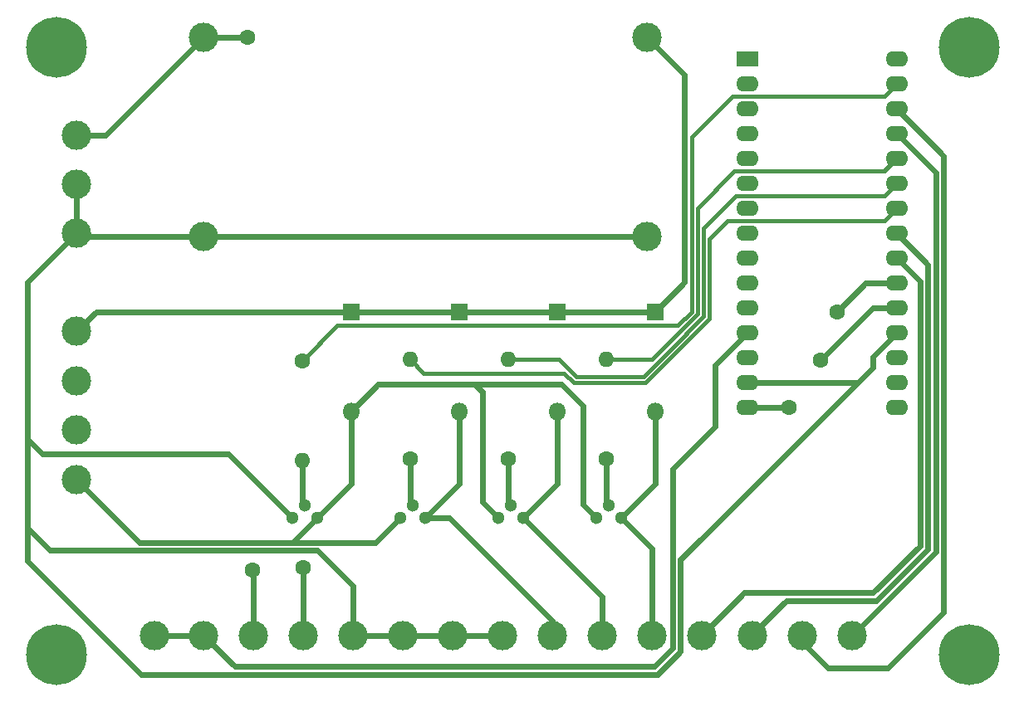
<source format=gbr>
G04 #@! TF.FileFunction,Copper,L2,Bot,Signal*
%FSLAX46Y46*%
G04 Gerber Fmt 4.6, Leading zero omitted, Abs format (unit mm)*
G04 Created by KiCad (PCBNEW 4.0.2-stable) date 2/2/2017 11:02:33 PM*
%MOMM*%
G01*
G04 APERTURE LIST*
%ADD10C,0.100000*%
%ADD11C,3.000000*%
%ADD12C,1.300000*%
%ADD13R,2.286000X1.574800*%
%ADD14O,2.286000X1.574800*%
%ADD15R,1.800000X1.800000*%
%ADD16O,1.800000X1.800000*%
%ADD17C,1.600000*%
%ADD18O,1.600000X1.600000*%
%ADD19C,6.197600*%
%ADD20C,0.600000*%
%ADD21C,0.400000*%
G04 APERTURE END LIST*
D10*
D11*
X169120000Y-117000000D03*
X164040000Y-117000000D03*
X158960000Y-117000000D03*
X153720000Y-117000000D03*
X148640000Y-117000000D03*
X143560000Y-117000000D03*
X138480000Y-117000000D03*
X133400000Y-117000000D03*
X128320000Y-117000000D03*
X123240000Y-117000000D03*
X118160000Y-117000000D03*
X113080000Y-117000000D03*
X98000000Y-117000000D03*
X103000000Y-117000000D03*
X108000000Y-117000000D03*
X90000000Y-101080000D03*
X90000000Y-86000000D03*
X90000000Y-91000000D03*
X90000000Y-96000000D03*
X103000000Y-56000000D03*
X103000000Y-76320000D03*
X148200000Y-56000000D03*
X148200000Y-76320000D03*
X90000000Y-66000000D03*
X90000000Y-71000000D03*
X90000000Y-76000000D03*
D12*
X113270000Y-103730000D03*
X114540000Y-105000000D03*
X112000000Y-105000000D03*
X144270000Y-103730000D03*
X145540000Y-105000000D03*
X143000000Y-105000000D03*
X134270000Y-103730000D03*
X135540000Y-105000000D03*
X133000000Y-105000000D03*
X124270000Y-103730000D03*
X125540000Y-105000000D03*
X123000000Y-105000000D03*
D13*
X158380000Y-58220000D03*
D14*
X158380000Y-60760000D03*
X158380000Y-63300000D03*
X158380000Y-65840000D03*
X158380000Y-68380000D03*
X158380000Y-70920000D03*
X158380000Y-73460000D03*
X158380000Y-76000000D03*
X158380000Y-78540000D03*
X158380000Y-81080000D03*
X158380000Y-83620000D03*
X158380000Y-86160000D03*
X158380000Y-88700000D03*
X158380000Y-91240000D03*
X158380000Y-93780000D03*
X173620000Y-93780000D03*
X173620000Y-91240000D03*
X173620000Y-88700000D03*
X173620000Y-86160000D03*
X173620000Y-83620000D03*
X173620000Y-81080000D03*
X173620000Y-78540000D03*
X173620000Y-76000000D03*
X173620000Y-73460000D03*
X173620000Y-70920000D03*
X173620000Y-68380000D03*
X173620000Y-65840000D03*
X173620000Y-63300000D03*
X173620000Y-60760000D03*
X173620000Y-58220000D03*
D15*
X118000000Y-84000000D03*
D16*
X118000000Y-94160000D03*
D15*
X149000000Y-84000000D03*
D16*
X149000000Y-94160000D03*
D15*
X139000000Y-84000000D03*
D16*
X139000000Y-94160000D03*
D15*
X129000000Y-84000000D03*
D16*
X129000000Y-94160000D03*
D17*
X113000000Y-89000000D03*
D18*
X113000000Y-99160000D03*
D17*
X144000000Y-99000000D03*
D18*
X144000000Y-88840000D03*
D17*
X134000000Y-99000000D03*
D18*
X134000000Y-88840000D03*
D17*
X124000000Y-99000000D03*
D18*
X124000000Y-88840000D03*
D19*
X88000000Y-57000000D03*
X88000000Y-119000000D03*
X181000000Y-119000000D03*
X181000000Y-57000000D03*
D17*
X167530000Y-83970000D03*
X113120000Y-110110000D03*
X165850000Y-88940000D03*
X107990000Y-110340000D03*
X162610000Y-93740000D03*
X107430000Y-56000000D03*
D20*
X118160000Y-117000000D02*
X118160000Y-111950000D01*
X87330002Y-108320002D02*
X85000000Y-105990000D01*
X114530002Y-108320002D02*
X87330002Y-108320002D01*
X118160000Y-111950000D02*
X114530002Y-108320002D01*
X151590000Y-118650000D02*
X151590000Y-109270000D01*
X149240000Y-121000000D02*
X151590000Y-118650000D01*
X169599313Y-91269313D02*
X153720000Y-107148626D01*
X149240000Y-121000000D02*
X112900000Y-121000000D01*
X151590000Y-109270000D02*
X153720000Y-107140000D01*
X153720000Y-107140000D02*
X153720000Y-107148626D01*
X118160000Y-117000000D02*
X118160000Y-115870000D01*
X85000000Y-96960000D02*
X85000000Y-81000000D01*
X85000000Y-81000000D02*
X90000000Y-76000000D01*
X90320000Y-76320000D02*
X99320000Y-76320000D01*
X99320000Y-76320000D02*
X103000000Y-76320000D01*
X90320000Y-76320000D02*
X90000000Y-76000000D01*
X90000000Y-71000000D02*
X90000000Y-76000000D01*
X112000000Y-105000000D02*
X105520000Y-98520000D01*
X86560000Y-98520000D02*
X85000000Y-96960000D01*
X105520000Y-98520000D02*
X86560000Y-98520000D01*
X158380000Y-91240000D02*
X169570000Y-91240000D01*
X169570000Y-91240000D02*
X169599313Y-91269313D01*
X171180000Y-88600000D02*
X173620000Y-86160000D01*
X171180000Y-89688626D02*
X171180000Y-88600000D01*
X169599313Y-91269313D02*
X171180000Y-89688626D01*
X133400000Y-117000000D02*
X128320000Y-117000000D01*
X128320000Y-117000000D02*
X123240000Y-117000000D01*
X118160000Y-117000000D02*
X123240000Y-117000000D01*
X96620000Y-121000000D02*
X112900000Y-121000000D01*
X85000000Y-105990000D02*
X85000000Y-109380000D01*
X85000000Y-109380000D02*
X88160000Y-112540000D01*
X88160000Y-112540000D02*
X96620000Y-121000000D01*
X112900000Y-121000000D02*
X114160000Y-121000000D01*
X85000000Y-96960000D02*
X85000000Y-105990000D01*
X103000000Y-76320000D02*
X148200000Y-76320000D01*
X152000000Y-77000000D02*
X152000000Y-59800000D01*
X152000000Y-81000000D02*
X152000000Y-77000000D01*
X149000000Y-84000000D02*
X152000000Y-81000000D01*
X152000000Y-59800000D02*
X148200000Y-56000000D01*
X149000000Y-84000000D02*
X139000000Y-84000000D01*
X139000000Y-84000000D02*
X129000000Y-84000000D01*
X118000000Y-84000000D02*
X129000000Y-84000000D01*
X90000000Y-86000000D02*
X92000000Y-84000000D01*
X92000000Y-84000000D02*
X118000000Y-84000000D01*
X133000000Y-105000000D02*
X131370000Y-103370000D01*
X131370000Y-92170000D02*
X130600000Y-91400000D01*
X131370000Y-103370000D02*
X131370000Y-92170000D01*
X143000000Y-105000000D02*
X141690000Y-103690000D01*
X120760000Y-91400000D02*
X118000000Y-94160000D01*
X139480000Y-91400000D02*
X130600000Y-91400000D01*
X130600000Y-91400000D02*
X120760000Y-91400000D01*
X141690000Y-93610000D02*
X139480000Y-91400000D01*
X141690000Y-103690000D02*
X141690000Y-93610000D01*
X114540000Y-105000000D02*
X112020000Y-107520000D01*
X112020000Y-107520000D02*
X110900000Y-107520000D01*
X90000000Y-101080000D02*
X96440000Y-107520000D01*
X96440000Y-107520000D02*
X110900000Y-107520000D01*
X120480000Y-107520000D02*
X123000000Y-105000000D01*
X110900000Y-107520000D02*
X120480000Y-107520000D01*
X114540000Y-105000000D02*
X118000000Y-101540000D01*
X118000000Y-101540000D02*
X118000000Y-94160000D01*
X113270000Y-103730000D02*
X113000000Y-103460000D01*
X113000000Y-103460000D02*
X113000000Y-99160000D01*
X144270000Y-103730000D02*
X144000000Y-103460000D01*
X144000000Y-103460000D02*
X144000000Y-99000000D01*
X134270000Y-103730000D02*
X134000000Y-103460000D01*
X134000000Y-103460000D02*
X134000000Y-99000000D01*
X124270000Y-103730000D02*
X124000000Y-103460000D01*
X124000000Y-103460000D02*
X124000000Y-99000000D01*
X169120000Y-117000000D02*
X177600004Y-108519996D01*
X177600004Y-108519996D02*
X177600004Y-99100000D01*
X177600004Y-69820004D02*
X173620000Y-65840000D01*
X177600004Y-99662744D02*
X177600004Y-99100000D01*
X177600004Y-99100000D02*
X177600004Y-69820004D01*
X164040000Y-117000000D02*
X164040000Y-117750000D01*
X164040000Y-117750000D02*
X166610000Y-120320000D01*
X166610000Y-120320000D02*
X172710000Y-120320000D01*
X172710000Y-120320000D02*
X178400000Y-114630000D01*
X178400000Y-114630000D02*
X178400000Y-109190000D01*
X178400000Y-109190000D02*
X178400006Y-109190000D01*
X178400006Y-68080006D02*
X173620000Y-63300000D01*
X178400006Y-110139994D02*
X178400006Y-109190000D01*
X178400006Y-109190000D02*
X178400006Y-68080006D01*
X158960000Y-117000000D02*
X158960000Y-116870000D01*
X158960000Y-116870000D02*
X162390000Y-113440000D01*
X162390000Y-113440000D02*
X171548626Y-113440000D01*
X171548626Y-113440000D02*
X176800002Y-108188624D01*
X176800002Y-108188624D02*
X176800002Y-99331372D01*
X176800002Y-79180002D02*
X173620000Y-76000000D01*
X176800002Y-99331372D02*
X176800002Y-79180002D01*
X153720000Y-117000000D02*
X158080002Y-112639998D01*
X176000000Y-107857252D02*
X176000000Y-97670000D01*
X171217254Y-112639998D02*
X176000000Y-107857252D01*
X158080002Y-112639998D02*
X171217254Y-112639998D01*
X176000000Y-80920000D02*
X173620000Y-78540000D01*
X176000000Y-99000000D02*
X176000000Y-97670000D01*
X176000000Y-97670000D02*
X176000000Y-80920000D01*
X148640000Y-117000000D02*
X148640000Y-108100000D01*
X148640000Y-108100000D02*
X145540000Y-105000000D01*
X145540000Y-105000000D02*
X149000000Y-101540000D01*
X149000000Y-101540000D02*
X149000000Y-94160000D01*
X143560000Y-117000000D02*
X143560000Y-113020000D01*
X143560000Y-113020000D02*
X135540000Y-105000000D01*
X135540000Y-105000000D02*
X139000000Y-101540000D01*
X139000000Y-101540000D02*
X139000000Y-94160000D01*
X138480000Y-117000000D02*
X138480000Y-115480000D01*
X128000000Y-105000000D02*
X125540000Y-105000000D01*
X138480000Y-115480000D02*
X128000000Y-105000000D01*
X125540000Y-105000000D02*
X129000000Y-101540000D01*
X129000000Y-101540000D02*
X129000000Y-94160000D01*
X113080000Y-117000000D02*
X113080000Y-110150000D01*
X170420000Y-81080000D02*
X173620000Y-81080000D01*
X167530000Y-83970000D02*
X170420000Y-81080000D01*
X113080000Y-110150000D02*
X113120000Y-110110000D01*
X147220000Y-120199998D02*
X148900002Y-120199998D01*
X106199998Y-120199998D02*
X147220000Y-120199998D01*
X103000000Y-117000000D02*
X106199998Y-120199998D01*
X155110000Y-89430000D02*
X158380000Y-86160000D01*
X155110000Y-95700000D02*
X155110000Y-89430000D01*
X150789998Y-100020002D02*
X155110000Y-95700000D01*
X150789998Y-118310002D02*
X150789998Y-100020002D01*
X148900002Y-120199998D02*
X150789998Y-118310002D01*
X98000000Y-117000000D02*
X103000000Y-117000000D01*
X108000000Y-117000000D02*
X108000000Y-110350000D01*
X171170000Y-83620000D02*
X173620000Y-83620000D01*
X165850000Y-88940000D02*
X171170000Y-83620000D01*
X108000000Y-110350000D02*
X107990000Y-110340000D01*
X103000000Y-56000000D02*
X107430000Y-56000000D01*
X162570000Y-93780000D02*
X158380000Y-93780000D01*
X162610000Y-93740000D02*
X162570000Y-93780000D01*
X90000000Y-66000000D02*
X93000000Y-66000000D01*
X93000000Y-66000000D02*
X103000000Y-56000000D01*
D21*
X152740000Y-83970000D02*
X152740000Y-66170000D01*
X152740000Y-66170000D02*
X156910000Y-62000000D01*
X172380000Y-62000000D02*
X156910000Y-62000000D01*
X116600000Y-85400000D02*
X113000000Y-89000000D01*
X151310000Y-85400000D02*
X152740000Y-83970000D01*
X116600000Y-85400000D02*
X151310000Y-85400000D01*
X172380000Y-62000000D02*
X173620000Y-60760000D01*
X172380000Y-62000000D02*
X173620000Y-60760000D01*
X153340002Y-84218528D02*
X153340002Y-73409998D01*
X148718530Y-88840000D02*
X153340002Y-84218528D01*
X144000000Y-88840000D02*
X148718530Y-88840000D01*
X153340002Y-73409998D02*
X157090000Y-69660000D01*
X157090000Y-69660000D02*
X172340000Y-69660000D01*
X172340000Y-69660000D02*
X173620000Y-68380000D01*
X172350000Y-69650000D02*
X173620000Y-68380000D01*
X153960000Y-84470000D02*
X153960000Y-75450000D01*
X150415000Y-88015000D02*
X153960000Y-84470000D01*
X153960000Y-75450000D02*
X157230000Y-72180000D01*
X157230000Y-72180000D02*
X172360000Y-72180000D01*
X172360000Y-72180000D02*
X173620000Y-70920000D01*
X172400000Y-72140000D02*
X173620000Y-70920000D01*
X134000000Y-88840000D02*
X139160000Y-88840000D01*
X147790000Y-90640000D02*
X150415000Y-88015000D01*
X150415000Y-88015000D02*
X150430000Y-88000000D01*
X140960000Y-90640000D02*
X147790000Y-90640000D01*
X139160000Y-88840000D02*
X140960000Y-90640000D01*
X148038528Y-91240002D02*
X154560002Y-84718528D01*
X125410000Y-90250000D02*
X139721470Y-90250000D01*
X139721470Y-90250000D02*
X140711472Y-91240002D01*
X140711472Y-91240002D02*
X148038528Y-91240002D01*
X124000000Y-88840000D02*
X125410000Y-90250000D01*
X172370000Y-74710000D02*
X173620000Y-73460000D01*
X156400000Y-74710000D02*
X172370000Y-74710000D01*
X154560002Y-76549998D02*
X156400000Y-74710000D01*
X154560002Y-84718528D02*
X154560002Y-76549998D01*
M02*

</source>
